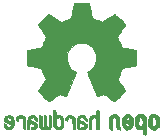
<source format=gbr>
G04 #@! TF.GenerationSoftware,KiCad,Pcbnew,(5.1.5)-3*
G04 #@! TF.CreationDate,2020-05-04T17:56:06+05:30*
G04 #@! TF.ProjectId,Battery_Charger,42617474-6572-4795-9f43-686172676572,rev?*
G04 #@! TF.SameCoordinates,Original*
G04 #@! TF.FileFunction,Legend,Bot*
G04 #@! TF.FilePolarity,Positive*
%FSLAX46Y46*%
G04 Gerber Fmt 4.6, Leading zero omitted, Abs format (unit mm)*
G04 Created by KiCad (PCBNEW (5.1.5)-3) date 2020-05-04 17:56:06*
%MOMM*%
%LPD*%
G04 APERTURE LIST*
%ADD10C,0.010000*%
G04 APERTURE END LIST*
D10*
G36*
X120090986Y-73652998D02*
G01*
X119932994Y-73653863D01*
X119818653Y-73656205D01*
X119740593Y-73660762D01*
X119691446Y-73668270D01*
X119663841Y-73679466D01*
X119650408Y-73695088D01*
X119643779Y-73715873D01*
X119643135Y-73718563D01*
X119633065Y-73767113D01*
X119614425Y-73862905D01*
X119589155Y-73995743D01*
X119559193Y-74155431D01*
X119526478Y-74331774D01*
X119525336Y-74337967D01*
X119492567Y-74510782D01*
X119461907Y-74663469D01*
X119435336Y-74786871D01*
X119414833Y-74871831D01*
X119402374Y-74909190D01*
X119401780Y-74909852D01*
X119365081Y-74928095D01*
X119289414Y-74958497D01*
X119191122Y-74994493D01*
X119190575Y-74994685D01*
X119066767Y-75041222D01*
X118920804Y-75100504D01*
X118783219Y-75160109D01*
X118776707Y-75163056D01*
X118552610Y-75264765D01*
X118056381Y-74925897D01*
X117904154Y-74822592D01*
X117766259Y-74730237D01*
X117650685Y-74654084D01*
X117565421Y-74599385D01*
X117518456Y-74571393D01*
X117513996Y-74569317D01*
X117479866Y-74578560D01*
X117416119Y-74623156D01*
X117320269Y-74705209D01*
X117189831Y-74826821D01*
X117056672Y-74956205D01*
X116928306Y-75083702D01*
X116813419Y-75200046D01*
X116718927Y-75298052D01*
X116651747Y-75370536D01*
X116618794Y-75410313D01*
X116617568Y-75412361D01*
X116613926Y-75439656D01*
X116627650Y-75484234D01*
X116662131Y-75552112D01*
X116720761Y-75649311D01*
X116806930Y-75781851D01*
X116921800Y-75952476D01*
X117023746Y-76102655D01*
X117114877Y-76237350D01*
X117189927Y-76348740D01*
X117243631Y-76429005D01*
X117270720Y-76470325D01*
X117272426Y-76473130D01*
X117269118Y-76512721D01*
X117244047Y-76589669D01*
X117202202Y-76689432D01*
X117187288Y-76721291D01*
X117122214Y-76863226D01*
X117052788Y-77024273D01*
X116996391Y-77163621D01*
X116955753Y-77267044D01*
X116923474Y-77345642D01*
X116904822Y-77386720D01*
X116902503Y-77389885D01*
X116868197Y-77395128D01*
X116787331Y-77409494D01*
X116670657Y-77430937D01*
X116528925Y-77457413D01*
X116372890Y-77486877D01*
X116213302Y-77517283D01*
X116060915Y-77546588D01*
X115926479Y-77572745D01*
X115820748Y-77593710D01*
X115754474Y-77607439D01*
X115738218Y-77611320D01*
X115721427Y-77620900D01*
X115708751Y-77642536D01*
X115699622Y-77683531D01*
X115693469Y-77751189D01*
X115689720Y-77852812D01*
X115687808Y-77995703D01*
X115687160Y-78187165D01*
X115687126Y-78265645D01*
X115687126Y-78903906D01*
X115840402Y-78934160D01*
X115925678Y-78950564D01*
X116052930Y-78974509D01*
X116206685Y-79003107D01*
X116371466Y-79033467D01*
X116417011Y-79041806D01*
X116569068Y-79071370D01*
X116701532Y-79100442D01*
X116803286Y-79126329D01*
X116863212Y-79146337D01*
X116873195Y-79152301D01*
X116897707Y-79194534D01*
X116932852Y-79276370D01*
X116971827Y-79381683D01*
X116979558Y-79404368D01*
X117030640Y-79545018D01*
X117094046Y-79703714D01*
X117156096Y-79846225D01*
X117156402Y-79846886D01*
X117259733Y-80070440D01*
X116580039Y-81070232D01*
X117016379Y-81507300D01*
X117148351Y-81637381D01*
X117268721Y-81752048D01*
X117370727Y-81845181D01*
X117447609Y-81910658D01*
X117492607Y-81942357D01*
X117499062Y-81944368D01*
X117536960Y-81928529D01*
X117614292Y-81884496D01*
X117722611Y-81817490D01*
X117853468Y-81732734D01*
X117994948Y-81637816D01*
X118138539Y-81540998D01*
X118266565Y-81456751D01*
X118370895Y-81390258D01*
X118443400Y-81346702D01*
X118475842Y-81331264D01*
X118515424Y-81344328D01*
X118590481Y-81378750D01*
X118685532Y-81427380D01*
X118695608Y-81432785D01*
X118823609Y-81496980D01*
X118911382Y-81528463D01*
X118965972Y-81528798D01*
X118994425Y-81499548D01*
X118994590Y-81499138D01*
X119008812Y-81464498D01*
X119042731Y-81382269D01*
X119093716Y-81258814D01*
X119159138Y-81100498D01*
X119236366Y-80913686D01*
X119322771Y-80704742D01*
X119406449Y-80502446D01*
X119498412Y-80279200D01*
X119582850Y-80072392D01*
X119657231Y-79888362D01*
X119719026Y-79733451D01*
X119765703Y-79613996D01*
X119794732Y-79536339D01*
X119803678Y-79507356D01*
X119781244Y-79474110D01*
X119722561Y-79421123D01*
X119644311Y-79362704D01*
X119421466Y-79177952D01*
X119247282Y-78966182D01*
X119123846Y-78731856D01*
X119053246Y-78479434D01*
X119037569Y-78213377D01*
X119048964Y-78090575D01*
X119111050Y-77835793D01*
X119217977Y-77610801D01*
X119363111Y-77417817D01*
X119539822Y-77259061D01*
X119741478Y-77136750D01*
X119961446Y-77053105D01*
X120193094Y-77010344D01*
X120429791Y-77010687D01*
X120664905Y-77056352D01*
X120891804Y-77149559D01*
X121103856Y-77292527D01*
X121192364Y-77373383D01*
X121362111Y-77581007D01*
X121480301Y-77807895D01*
X121547722Y-78047433D01*
X121565160Y-78293007D01*
X121533402Y-78538003D01*
X121453235Y-78775808D01*
X121325445Y-78999807D01*
X121150820Y-79203387D01*
X120955688Y-79362704D01*
X120874409Y-79423602D01*
X120816991Y-79476015D01*
X120796322Y-79507406D01*
X120807144Y-79541639D01*
X120837923Y-79623419D01*
X120886126Y-79746407D01*
X120949222Y-79904263D01*
X121024678Y-80090649D01*
X121109962Y-80299226D01*
X121193781Y-80502496D01*
X121286255Y-80725933D01*
X121371911Y-80932984D01*
X121448118Y-81117286D01*
X121512247Y-81272475D01*
X121561668Y-81392188D01*
X121593752Y-81470061D01*
X121605641Y-81499138D01*
X121633726Y-81528677D01*
X121688051Y-81528591D01*
X121775605Y-81497326D01*
X121903381Y-81433329D01*
X121904392Y-81432785D01*
X122000598Y-81383121D01*
X122078369Y-81346945D01*
X122122223Y-81331408D01*
X122124158Y-81331264D01*
X122157171Y-81347024D01*
X122230054Y-81390850D01*
X122334678Y-81457557D01*
X122462910Y-81541964D01*
X122605052Y-81637816D01*
X122749767Y-81734867D01*
X122880196Y-81819270D01*
X122987890Y-81885801D01*
X123064402Y-81929238D01*
X123100938Y-81944368D01*
X123134582Y-81924482D01*
X123202224Y-81868903D01*
X123297107Y-81783754D01*
X123412470Y-81675153D01*
X123541555Y-81549221D01*
X123583771Y-81507149D01*
X124020261Y-81069931D01*
X123688023Y-80582340D01*
X123587054Y-80432605D01*
X123498438Y-80298220D01*
X123427146Y-80186969D01*
X123378150Y-80106639D01*
X123356422Y-80065014D01*
X123355785Y-80062053D01*
X123367240Y-80022818D01*
X123398051Y-79943895D01*
X123442884Y-79838509D01*
X123474353Y-79767954D01*
X123533192Y-79632876D01*
X123588604Y-79496409D01*
X123631564Y-79381103D01*
X123643234Y-79345977D01*
X123676389Y-79252174D01*
X123708799Y-79179694D01*
X123726601Y-79152301D01*
X123765886Y-79135536D01*
X123851626Y-79111770D01*
X123972697Y-79083697D01*
X124117973Y-79054009D01*
X124182988Y-79041806D01*
X124348087Y-79011468D01*
X124506448Y-78982093D01*
X124642596Y-78956569D01*
X124741057Y-78937785D01*
X124759598Y-78934160D01*
X124912873Y-78903906D01*
X124912873Y-78265645D01*
X124912529Y-78055770D01*
X124911116Y-77896980D01*
X124908064Y-77781973D01*
X124902803Y-77703446D01*
X124894763Y-77654096D01*
X124883373Y-77626619D01*
X124868063Y-77613713D01*
X124861782Y-77611320D01*
X124823896Y-77602833D01*
X124740195Y-77585900D01*
X124621433Y-77562566D01*
X124478361Y-77534875D01*
X124321732Y-77504873D01*
X124162297Y-77474604D01*
X124010809Y-77446115D01*
X123878019Y-77421449D01*
X123774681Y-77402651D01*
X123711545Y-77391767D01*
X123697497Y-77389885D01*
X123684770Y-77364704D01*
X123656600Y-77297622D01*
X123618252Y-77201333D01*
X123603609Y-77163621D01*
X123544548Y-77017921D01*
X123475000Y-76856951D01*
X123412712Y-76721291D01*
X123366879Y-76617561D01*
X123336387Y-76532326D01*
X123326208Y-76480126D01*
X123327831Y-76473130D01*
X123349343Y-76440102D01*
X123398465Y-76366643D01*
X123469923Y-76260577D01*
X123558445Y-76129726D01*
X123658759Y-75981912D01*
X123678594Y-75952734D01*
X123794988Y-75779863D01*
X123880548Y-75648226D01*
X123938684Y-75551761D01*
X123972808Y-75484408D01*
X123986331Y-75440106D01*
X123982664Y-75412794D01*
X123982570Y-75412620D01*
X123953707Y-75376746D01*
X123889867Y-75307391D01*
X123797969Y-75211745D01*
X123684933Y-75096999D01*
X123557679Y-74970341D01*
X123543328Y-74956205D01*
X123382957Y-74800903D01*
X123259195Y-74686870D01*
X123169555Y-74612002D01*
X123111552Y-74574196D01*
X123086004Y-74569317D01*
X123048718Y-74590603D01*
X122971343Y-74639773D01*
X122861867Y-74711575D01*
X122728280Y-74800755D01*
X122578570Y-74902063D01*
X122543618Y-74925897D01*
X122047390Y-75264765D01*
X121823293Y-75163056D01*
X121687011Y-75103783D01*
X121540724Y-75044170D01*
X121414965Y-74996640D01*
X121409425Y-74994685D01*
X121311057Y-74958677D01*
X121235229Y-74928229D01*
X121198282Y-74909905D01*
X121198220Y-74909852D01*
X121186496Y-74876729D01*
X121166568Y-74795267D01*
X121140413Y-74674625D01*
X121110010Y-74523959D01*
X121077337Y-74352428D01*
X121074664Y-74337967D01*
X121041890Y-74161235D01*
X121011802Y-74000810D01*
X120986339Y-73866888D01*
X120967441Y-73769663D01*
X120957047Y-73719332D01*
X120956865Y-73718563D01*
X120950539Y-73697153D01*
X120938239Y-73680988D01*
X120912594Y-73669331D01*
X120866235Y-73661445D01*
X120791792Y-73656593D01*
X120681895Y-73654039D01*
X120529175Y-73653045D01*
X120326262Y-73652874D01*
X120300000Y-73652874D01*
X120090986Y-73652998D01*
G37*
X120090986Y-73652998D02*
X119932994Y-73653863D01*
X119818653Y-73656205D01*
X119740593Y-73660762D01*
X119691446Y-73668270D01*
X119663841Y-73679466D01*
X119650408Y-73695088D01*
X119643779Y-73715873D01*
X119643135Y-73718563D01*
X119633065Y-73767113D01*
X119614425Y-73862905D01*
X119589155Y-73995743D01*
X119559193Y-74155431D01*
X119526478Y-74331774D01*
X119525336Y-74337967D01*
X119492567Y-74510782D01*
X119461907Y-74663469D01*
X119435336Y-74786871D01*
X119414833Y-74871831D01*
X119402374Y-74909190D01*
X119401780Y-74909852D01*
X119365081Y-74928095D01*
X119289414Y-74958497D01*
X119191122Y-74994493D01*
X119190575Y-74994685D01*
X119066767Y-75041222D01*
X118920804Y-75100504D01*
X118783219Y-75160109D01*
X118776707Y-75163056D01*
X118552610Y-75264765D01*
X118056381Y-74925897D01*
X117904154Y-74822592D01*
X117766259Y-74730237D01*
X117650685Y-74654084D01*
X117565421Y-74599385D01*
X117518456Y-74571393D01*
X117513996Y-74569317D01*
X117479866Y-74578560D01*
X117416119Y-74623156D01*
X117320269Y-74705209D01*
X117189831Y-74826821D01*
X117056672Y-74956205D01*
X116928306Y-75083702D01*
X116813419Y-75200046D01*
X116718927Y-75298052D01*
X116651747Y-75370536D01*
X116618794Y-75410313D01*
X116617568Y-75412361D01*
X116613926Y-75439656D01*
X116627650Y-75484234D01*
X116662131Y-75552112D01*
X116720761Y-75649311D01*
X116806930Y-75781851D01*
X116921800Y-75952476D01*
X117023746Y-76102655D01*
X117114877Y-76237350D01*
X117189927Y-76348740D01*
X117243631Y-76429005D01*
X117270720Y-76470325D01*
X117272426Y-76473130D01*
X117269118Y-76512721D01*
X117244047Y-76589669D01*
X117202202Y-76689432D01*
X117187288Y-76721291D01*
X117122214Y-76863226D01*
X117052788Y-77024273D01*
X116996391Y-77163621D01*
X116955753Y-77267044D01*
X116923474Y-77345642D01*
X116904822Y-77386720D01*
X116902503Y-77389885D01*
X116868197Y-77395128D01*
X116787331Y-77409494D01*
X116670657Y-77430937D01*
X116528925Y-77457413D01*
X116372890Y-77486877D01*
X116213302Y-77517283D01*
X116060915Y-77546588D01*
X115926479Y-77572745D01*
X115820748Y-77593710D01*
X115754474Y-77607439D01*
X115738218Y-77611320D01*
X115721427Y-77620900D01*
X115708751Y-77642536D01*
X115699622Y-77683531D01*
X115693469Y-77751189D01*
X115689720Y-77852812D01*
X115687808Y-77995703D01*
X115687160Y-78187165D01*
X115687126Y-78265645D01*
X115687126Y-78903906D01*
X115840402Y-78934160D01*
X115925678Y-78950564D01*
X116052930Y-78974509D01*
X116206685Y-79003107D01*
X116371466Y-79033467D01*
X116417011Y-79041806D01*
X116569068Y-79071370D01*
X116701532Y-79100442D01*
X116803286Y-79126329D01*
X116863212Y-79146337D01*
X116873195Y-79152301D01*
X116897707Y-79194534D01*
X116932852Y-79276370D01*
X116971827Y-79381683D01*
X116979558Y-79404368D01*
X117030640Y-79545018D01*
X117094046Y-79703714D01*
X117156096Y-79846225D01*
X117156402Y-79846886D01*
X117259733Y-80070440D01*
X116580039Y-81070232D01*
X117016379Y-81507300D01*
X117148351Y-81637381D01*
X117268721Y-81752048D01*
X117370727Y-81845181D01*
X117447609Y-81910658D01*
X117492607Y-81942357D01*
X117499062Y-81944368D01*
X117536960Y-81928529D01*
X117614292Y-81884496D01*
X117722611Y-81817490D01*
X117853468Y-81732734D01*
X117994948Y-81637816D01*
X118138539Y-81540998D01*
X118266565Y-81456751D01*
X118370895Y-81390258D01*
X118443400Y-81346702D01*
X118475842Y-81331264D01*
X118515424Y-81344328D01*
X118590481Y-81378750D01*
X118685532Y-81427380D01*
X118695608Y-81432785D01*
X118823609Y-81496980D01*
X118911382Y-81528463D01*
X118965972Y-81528798D01*
X118994425Y-81499548D01*
X118994590Y-81499138D01*
X119008812Y-81464498D01*
X119042731Y-81382269D01*
X119093716Y-81258814D01*
X119159138Y-81100498D01*
X119236366Y-80913686D01*
X119322771Y-80704742D01*
X119406449Y-80502446D01*
X119498412Y-80279200D01*
X119582850Y-80072392D01*
X119657231Y-79888362D01*
X119719026Y-79733451D01*
X119765703Y-79613996D01*
X119794732Y-79536339D01*
X119803678Y-79507356D01*
X119781244Y-79474110D01*
X119722561Y-79421123D01*
X119644311Y-79362704D01*
X119421466Y-79177952D01*
X119247282Y-78966182D01*
X119123846Y-78731856D01*
X119053246Y-78479434D01*
X119037569Y-78213377D01*
X119048964Y-78090575D01*
X119111050Y-77835793D01*
X119217977Y-77610801D01*
X119363111Y-77417817D01*
X119539822Y-77259061D01*
X119741478Y-77136750D01*
X119961446Y-77053105D01*
X120193094Y-77010344D01*
X120429791Y-77010687D01*
X120664905Y-77056352D01*
X120891804Y-77149559D01*
X121103856Y-77292527D01*
X121192364Y-77373383D01*
X121362111Y-77581007D01*
X121480301Y-77807895D01*
X121547722Y-78047433D01*
X121565160Y-78293007D01*
X121533402Y-78538003D01*
X121453235Y-78775808D01*
X121325445Y-78999807D01*
X121150820Y-79203387D01*
X120955688Y-79362704D01*
X120874409Y-79423602D01*
X120816991Y-79476015D01*
X120796322Y-79507406D01*
X120807144Y-79541639D01*
X120837923Y-79623419D01*
X120886126Y-79746407D01*
X120949222Y-79904263D01*
X121024678Y-80090649D01*
X121109962Y-80299226D01*
X121193781Y-80502496D01*
X121286255Y-80725933D01*
X121371911Y-80932984D01*
X121448118Y-81117286D01*
X121512247Y-81272475D01*
X121561668Y-81392188D01*
X121593752Y-81470061D01*
X121605641Y-81499138D01*
X121633726Y-81528677D01*
X121688051Y-81528591D01*
X121775605Y-81497326D01*
X121903381Y-81433329D01*
X121904392Y-81432785D01*
X122000598Y-81383121D01*
X122078369Y-81346945D01*
X122122223Y-81331408D01*
X122124158Y-81331264D01*
X122157171Y-81347024D01*
X122230054Y-81390850D01*
X122334678Y-81457557D01*
X122462910Y-81541964D01*
X122605052Y-81637816D01*
X122749767Y-81734867D01*
X122880196Y-81819270D01*
X122987890Y-81885801D01*
X123064402Y-81929238D01*
X123100938Y-81944368D01*
X123134582Y-81924482D01*
X123202224Y-81868903D01*
X123297107Y-81783754D01*
X123412470Y-81675153D01*
X123541555Y-81549221D01*
X123583771Y-81507149D01*
X124020261Y-81069931D01*
X123688023Y-80582340D01*
X123587054Y-80432605D01*
X123498438Y-80298220D01*
X123427146Y-80186969D01*
X123378150Y-80106639D01*
X123356422Y-80065014D01*
X123355785Y-80062053D01*
X123367240Y-80022818D01*
X123398051Y-79943895D01*
X123442884Y-79838509D01*
X123474353Y-79767954D01*
X123533192Y-79632876D01*
X123588604Y-79496409D01*
X123631564Y-79381103D01*
X123643234Y-79345977D01*
X123676389Y-79252174D01*
X123708799Y-79179694D01*
X123726601Y-79152301D01*
X123765886Y-79135536D01*
X123851626Y-79111770D01*
X123972697Y-79083697D01*
X124117973Y-79054009D01*
X124182988Y-79041806D01*
X124348087Y-79011468D01*
X124506448Y-78982093D01*
X124642596Y-78956569D01*
X124741057Y-78937785D01*
X124759598Y-78934160D01*
X124912873Y-78903906D01*
X124912873Y-78265645D01*
X124912529Y-78055770D01*
X124911116Y-77896980D01*
X124908064Y-77781973D01*
X124902803Y-77703446D01*
X124894763Y-77654096D01*
X124883373Y-77626619D01*
X124868063Y-77613713D01*
X124861782Y-77611320D01*
X124823896Y-77602833D01*
X124740195Y-77585900D01*
X124621433Y-77562566D01*
X124478361Y-77534875D01*
X124321732Y-77504873D01*
X124162297Y-77474604D01*
X124010809Y-77446115D01*
X123878019Y-77421449D01*
X123774681Y-77402651D01*
X123711545Y-77391767D01*
X123697497Y-77389885D01*
X123684770Y-77364704D01*
X123656600Y-77297622D01*
X123618252Y-77201333D01*
X123603609Y-77163621D01*
X123544548Y-77017921D01*
X123475000Y-76856951D01*
X123412712Y-76721291D01*
X123366879Y-76617561D01*
X123336387Y-76532326D01*
X123326208Y-76480126D01*
X123327831Y-76473130D01*
X123349343Y-76440102D01*
X123398465Y-76366643D01*
X123469923Y-76260577D01*
X123558445Y-76129726D01*
X123658759Y-75981912D01*
X123678594Y-75952734D01*
X123794988Y-75779863D01*
X123880548Y-75648226D01*
X123938684Y-75551761D01*
X123972808Y-75484408D01*
X123986331Y-75440106D01*
X123982664Y-75412794D01*
X123982570Y-75412620D01*
X123953707Y-75376746D01*
X123889867Y-75307391D01*
X123797969Y-75211745D01*
X123684933Y-75096999D01*
X123557679Y-74970341D01*
X123543328Y-74956205D01*
X123382957Y-74800903D01*
X123259195Y-74686870D01*
X123169555Y-74612002D01*
X123111552Y-74574196D01*
X123086004Y-74569317D01*
X123048718Y-74590603D01*
X122971343Y-74639773D01*
X122861867Y-74711575D01*
X122728280Y-74800755D01*
X122578570Y-74902063D01*
X122543618Y-74925897D01*
X122047390Y-75264765D01*
X121823293Y-75163056D01*
X121687011Y-75103783D01*
X121540724Y-75044170D01*
X121414965Y-74996640D01*
X121409425Y-74994685D01*
X121311057Y-74958677D01*
X121235229Y-74928229D01*
X121198282Y-74909905D01*
X121198220Y-74909852D01*
X121186496Y-74876729D01*
X121166568Y-74795267D01*
X121140413Y-74674625D01*
X121110010Y-74523959D01*
X121077337Y-74352428D01*
X121074664Y-74337967D01*
X121041890Y-74161235D01*
X121011802Y-74000810D01*
X120986339Y-73866888D01*
X120967441Y-73769663D01*
X120957047Y-73719332D01*
X120956865Y-73718563D01*
X120950539Y-73697153D01*
X120938239Y-73680988D01*
X120912594Y-73669331D01*
X120866235Y-73661445D01*
X120791792Y-73656593D01*
X120681895Y-73654039D01*
X120529175Y-73653045D01*
X120326262Y-73652874D01*
X120300000Y-73652874D01*
X120090986Y-73652998D01*
G36*
X113956561Y-83156540D02*
G01*
X113841050Y-83232034D01*
X113785336Y-83299617D01*
X113741196Y-83422255D01*
X113737691Y-83519298D01*
X113745632Y-83649056D01*
X114044885Y-83780039D01*
X114190389Y-83846958D01*
X114285463Y-83900790D01*
X114334899Y-83947416D01*
X114343489Y-83992720D01*
X114316028Y-84042582D01*
X114285747Y-84075632D01*
X114197637Y-84128633D01*
X114101804Y-84132347D01*
X114013788Y-84091041D01*
X113949131Y-84008983D01*
X113937567Y-83980008D01*
X113882175Y-83889509D01*
X113818447Y-83850940D01*
X113731034Y-83817946D01*
X113731034Y-83943034D01*
X113738762Y-84028156D01*
X113769034Y-84099938D01*
X113832482Y-84182356D01*
X113841912Y-84193066D01*
X113912487Y-84266391D01*
X113973153Y-84305742D01*
X114049050Y-84323845D01*
X114111970Y-84329774D01*
X114224513Y-84331251D01*
X114304630Y-84312535D01*
X114354610Y-84284747D01*
X114433162Y-84223641D01*
X114487537Y-84157554D01*
X114521948Y-84074441D01*
X114540612Y-83962254D01*
X114547744Y-83808946D01*
X114548313Y-83731136D01*
X114546378Y-83637853D01*
X114370101Y-83637853D01*
X114368056Y-83687896D01*
X114362961Y-83696092D01*
X114329334Y-83684958D01*
X114256970Y-83655493D01*
X114160253Y-83613601D01*
X114140027Y-83604597D01*
X114017797Y-83542442D01*
X113950453Y-83487815D01*
X113935652Y-83436649D01*
X113971053Y-83384876D01*
X114000289Y-83362000D01*
X114105784Y-83316250D01*
X114204524Y-83323808D01*
X114287188Y-83379651D01*
X114344452Y-83478753D01*
X114362812Y-83557414D01*
X114370101Y-83637853D01*
X114546378Y-83637853D01*
X114544541Y-83549351D01*
X114530641Y-83414853D01*
X114503106Y-83316916D01*
X114458428Y-83244811D01*
X114393099Y-83187813D01*
X114364617Y-83169393D01*
X114235237Y-83121422D01*
X114093588Y-83118403D01*
X113956561Y-83156540D01*
G37*
X113956561Y-83156540D02*
X113841050Y-83232034D01*
X113785336Y-83299617D01*
X113741196Y-83422255D01*
X113737691Y-83519298D01*
X113745632Y-83649056D01*
X114044885Y-83780039D01*
X114190389Y-83846958D01*
X114285463Y-83900790D01*
X114334899Y-83947416D01*
X114343489Y-83992720D01*
X114316028Y-84042582D01*
X114285747Y-84075632D01*
X114197637Y-84128633D01*
X114101804Y-84132347D01*
X114013788Y-84091041D01*
X113949131Y-84008983D01*
X113937567Y-83980008D01*
X113882175Y-83889509D01*
X113818447Y-83850940D01*
X113731034Y-83817946D01*
X113731034Y-83943034D01*
X113738762Y-84028156D01*
X113769034Y-84099938D01*
X113832482Y-84182356D01*
X113841912Y-84193066D01*
X113912487Y-84266391D01*
X113973153Y-84305742D01*
X114049050Y-84323845D01*
X114111970Y-84329774D01*
X114224513Y-84331251D01*
X114304630Y-84312535D01*
X114354610Y-84284747D01*
X114433162Y-84223641D01*
X114487537Y-84157554D01*
X114521948Y-84074441D01*
X114540612Y-83962254D01*
X114547744Y-83808946D01*
X114548313Y-83731136D01*
X114546378Y-83637853D01*
X114370101Y-83637853D01*
X114368056Y-83687896D01*
X114362961Y-83696092D01*
X114329334Y-83684958D01*
X114256970Y-83655493D01*
X114160253Y-83613601D01*
X114140027Y-83604597D01*
X114017797Y-83542442D01*
X113950453Y-83487815D01*
X113935652Y-83436649D01*
X113971053Y-83384876D01*
X114000289Y-83362000D01*
X114105784Y-83316250D01*
X114204524Y-83323808D01*
X114287188Y-83379651D01*
X114344452Y-83478753D01*
X114362812Y-83557414D01*
X114370101Y-83637853D01*
X114546378Y-83637853D01*
X114544541Y-83549351D01*
X114530641Y-83414853D01*
X114503106Y-83316916D01*
X114458428Y-83244811D01*
X114393099Y-83187813D01*
X114364617Y-83169393D01*
X114235237Y-83121422D01*
X114093588Y-83118403D01*
X113956561Y-83156540D01*
G36*
X114964310Y-83140018D02*
G01*
X114929415Y-83155269D01*
X114846123Y-83221235D01*
X114774897Y-83316618D01*
X114730847Y-83418406D01*
X114723678Y-83468587D01*
X114747715Y-83538647D01*
X114800439Y-83575717D01*
X114856969Y-83598164D01*
X114882854Y-83602300D01*
X114895458Y-83572283D01*
X114920346Y-83506961D01*
X114931265Y-83477445D01*
X114992492Y-83375348D01*
X115081139Y-83324423D01*
X115194807Y-83325989D01*
X115203226Y-83327994D01*
X115263912Y-83356767D01*
X115308526Y-83412859D01*
X115338998Y-83503163D01*
X115357256Y-83634571D01*
X115365229Y-83813974D01*
X115365977Y-83909433D01*
X115366348Y-84059913D01*
X115368777Y-84162495D01*
X115375240Y-84227672D01*
X115387712Y-84265938D01*
X115408167Y-84287785D01*
X115438581Y-84303707D01*
X115440339Y-84304509D01*
X115498909Y-84329272D01*
X115527925Y-84338391D01*
X115532384Y-84310822D01*
X115536201Y-84234620D01*
X115539101Y-84119541D01*
X115540809Y-83975341D01*
X115541149Y-83869814D01*
X115539412Y-83665613D01*
X115532618Y-83510697D01*
X115518393Y-83396024D01*
X115494362Y-83312551D01*
X115458152Y-83251236D01*
X115407388Y-83203034D01*
X115357261Y-83169393D01*
X115236725Y-83124619D01*
X115096443Y-83114521D01*
X114964310Y-83140018D01*
G37*
X114964310Y-83140018D02*
X114929415Y-83155269D01*
X114846123Y-83221235D01*
X114774897Y-83316618D01*
X114730847Y-83418406D01*
X114723678Y-83468587D01*
X114747715Y-83538647D01*
X114800439Y-83575717D01*
X114856969Y-83598164D01*
X114882854Y-83602300D01*
X114895458Y-83572283D01*
X114920346Y-83506961D01*
X114931265Y-83477445D01*
X114992492Y-83375348D01*
X115081139Y-83324423D01*
X115194807Y-83325989D01*
X115203226Y-83327994D01*
X115263912Y-83356767D01*
X115308526Y-83412859D01*
X115338998Y-83503163D01*
X115357256Y-83634571D01*
X115365229Y-83813974D01*
X115365977Y-83909433D01*
X115366348Y-84059913D01*
X115368777Y-84162495D01*
X115375240Y-84227672D01*
X115387712Y-84265938D01*
X115408167Y-84287785D01*
X115438581Y-84303707D01*
X115440339Y-84304509D01*
X115498909Y-84329272D01*
X115527925Y-84338391D01*
X115532384Y-84310822D01*
X115536201Y-84234620D01*
X115539101Y-84119541D01*
X115540809Y-83975341D01*
X115541149Y-83869814D01*
X115539412Y-83665613D01*
X115532618Y-83510697D01*
X115518393Y-83396024D01*
X115494362Y-83312551D01*
X115458152Y-83251236D01*
X115407388Y-83203034D01*
X115357261Y-83169393D01*
X115236725Y-83124619D01*
X115096443Y-83114521D01*
X114964310Y-83140018D01*
G36*
X115985594Y-83135156D02*
G01*
X115901531Y-83173393D01*
X115835550Y-83219726D01*
X115787206Y-83271532D01*
X115753828Y-83338363D01*
X115732747Y-83429769D01*
X115721293Y-83555301D01*
X115716797Y-83724508D01*
X115716322Y-83835933D01*
X115716322Y-84270627D01*
X115790684Y-84304509D01*
X115849254Y-84329272D01*
X115878270Y-84338391D01*
X115883821Y-84311257D01*
X115888225Y-84238094D01*
X115890922Y-84131263D01*
X115891494Y-84046437D01*
X115893954Y-83923887D01*
X115900588Y-83826668D01*
X115910274Y-83767134D01*
X115917968Y-83754483D01*
X115969689Y-83767402D01*
X116050883Y-83800539D01*
X116144898Y-83845461D01*
X116235083Y-83893735D01*
X116304785Y-83936928D01*
X116337352Y-83966608D01*
X116337481Y-83966929D01*
X116334680Y-84021857D01*
X116309561Y-84074292D01*
X116265459Y-84116881D01*
X116201091Y-84131126D01*
X116146079Y-84129466D01*
X116068165Y-84128245D01*
X116027268Y-84146498D01*
X116002705Y-84194726D01*
X115999608Y-84203820D01*
X115988960Y-84272598D01*
X116017435Y-84314360D01*
X116091656Y-84334263D01*
X116171832Y-84337944D01*
X116316110Y-84310658D01*
X116390797Y-84271690D01*
X116483037Y-84180148D01*
X116531957Y-84067782D01*
X116536346Y-83949051D01*
X116494999Y-83838411D01*
X116432803Y-83769080D01*
X116370706Y-83730265D01*
X116273105Y-83681125D01*
X116159368Y-83631292D01*
X116140410Y-83623677D01*
X116015479Y-83568545D01*
X115943461Y-83519954D01*
X115920300Y-83471647D01*
X115941936Y-83417370D01*
X115979080Y-83374943D01*
X116066873Y-83322702D01*
X116163470Y-83318784D01*
X116252056Y-83359041D01*
X116315814Y-83439326D01*
X116324183Y-83460040D01*
X116372904Y-83536225D01*
X116444035Y-83592785D01*
X116533793Y-83639201D01*
X116533793Y-83507584D01*
X116528510Y-83427168D01*
X116505858Y-83363786D01*
X116455633Y-83296163D01*
X116407418Y-83244076D01*
X116332446Y-83170322D01*
X116274194Y-83130702D01*
X116211628Y-83114810D01*
X116140807Y-83112184D01*
X115985594Y-83135156D01*
G37*
X115985594Y-83135156D02*
X115901531Y-83173393D01*
X115835550Y-83219726D01*
X115787206Y-83271532D01*
X115753828Y-83338363D01*
X115732747Y-83429769D01*
X115721293Y-83555301D01*
X115716797Y-83724508D01*
X115716322Y-83835933D01*
X115716322Y-84270627D01*
X115790684Y-84304509D01*
X115849254Y-84329272D01*
X115878270Y-84338391D01*
X115883821Y-84311257D01*
X115888225Y-84238094D01*
X115890922Y-84131263D01*
X115891494Y-84046437D01*
X115893954Y-83923887D01*
X115900588Y-83826668D01*
X115910274Y-83767134D01*
X115917968Y-83754483D01*
X115969689Y-83767402D01*
X116050883Y-83800539D01*
X116144898Y-83845461D01*
X116235083Y-83893735D01*
X116304785Y-83936928D01*
X116337352Y-83966608D01*
X116337481Y-83966929D01*
X116334680Y-84021857D01*
X116309561Y-84074292D01*
X116265459Y-84116881D01*
X116201091Y-84131126D01*
X116146079Y-84129466D01*
X116068165Y-84128245D01*
X116027268Y-84146498D01*
X116002705Y-84194726D01*
X115999608Y-84203820D01*
X115988960Y-84272598D01*
X116017435Y-84314360D01*
X116091656Y-84334263D01*
X116171832Y-84337944D01*
X116316110Y-84310658D01*
X116390797Y-84271690D01*
X116483037Y-84180148D01*
X116531957Y-84067782D01*
X116536346Y-83949051D01*
X116494999Y-83838411D01*
X116432803Y-83769080D01*
X116370706Y-83730265D01*
X116273105Y-83681125D01*
X116159368Y-83631292D01*
X116140410Y-83623677D01*
X116015479Y-83568545D01*
X115943461Y-83519954D01*
X115920300Y-83471647D01*
X115941936Y-83417370D01*
X115979080Y-83374943D01*
X116066873Y-83322702D01*
X116163470Y-83318784D01*
X116252056Y-83359041D01*
X116315814Y-83439326D01*
X116324183Y-83460040D01*
X116372904Y-83536225D01*
X116444035Y-83592785D01*
X116533793Y-83639201D01*
X116533793Y-83507584D01*
X116528510Y-83427168D01*
X116505858Y-83363786D01*
X116455633Y-83296163D01*
X116407418Y-83244076D01*
X116332446Y-83170322D01*
X116274194Y-83130702D01*
X116211628Y-83114810D01*
X116140807Y-83112184D01*
X115985594Y-83135156D01*
G36*
X116719876Y-83139840D02*
G01*
X116715421Y-83216653D01*
X116711929Y-83333391D01*
X116709685Y-83480821D01*
X116708965Y-83635455D01*
X116708965Y-84158727D01*
X116801355Y-84251117D01*
X116865022Y-84308047D01*
X116920911Y-84331107D01*
X116997298Y-84329647D01*
X117027620Y-84325934D01*
X117122390Y-84315126D01*
X117200778Y-84308933D01*
X117219885Y-84308361D01*
X117284301Y-84312102D01*
X117376429Y-84321494D01*
X117412150Y-84325934D01*
X117499886Y-84332801D01*
X117558847Y-84317885D01*
X117617310Y-84271835D01*
X117638415Y-84251117D01*
X117730805Y-84158727D01*
X117730805Y-83179947D01*
X117656442Y-83146066D01*
X117592410Y-83120970D01*
X117554948Y-83112184D01*
X117545343Y-83139950D01*
X117536365Y-83217530D01*
X117528614Y-83336348D01*
X117522686Y-83487828D01*
X117519827Y-83615805D01*
X117511839Y-84119425D01*
X117442152Y-84129278D01*
X117378771Y-84122389D01*
X117347714Y-84100083D01*
X117339033Y-84058379D01*
X117331622Y-83969544D01*
X117326069Y-83844834D01*
X117322964Y-83695507D01*
X117322516Y-83618661D01*
X117322069Y-83176287D01*
X117230126Y-83144235D01*
X117165051Y-83122443D01*
X117129653Y-83112281D01*
X117128632Y-83112184D01*
X117125080Y-83139809D01*
X117121177Y-83216411D01*
X117117249Y-83332579D01*
X117113624Y-83478904D01*
X117111092Y-83615805D01*
X117103103Y-84119425D01*
X116927931Y-84119425D01*
X116919893Y-83659965D01*
X116911854Y-83200505D01*
X116826457Y-83156344D01*
X116763407Y-83126019D01*
X116726090Y-83112258D01*
X116725013Y-83112184D01*
X116719876Y-83139840D01*
G37*
X116719876Y-83139840D02*
X116715421Y-83216653D01*
X116711929Y-83333391D01*
X116709685Y-83480821D01*
X116708965Y-83635455D01*
X116708965Y-84158727D01*
X116801355Y-84251117D01*
X116865022Y-84308047D01*
X116920911Y-84331107D01*
X116997298Y-84329647D01*
X117027620Y-84325934D01*
X117122390Y-84315126D01*
X117200778Y-84308933D01*
X117219885Y-84308361D01*
X117284301Y-84312102D01*
X117376429Y-84321494D01*
X117412150Y-84325934D01*
X117499886Y-84332801D01*
X117558847Y-84317885D01*
X117617310Y-84271835D01*
X117638415Y-84251117D01*
X117730805Y-84158727D01*
X117730805Y-83179947D01*
X117656442Y-83146066D01*
X117592410Y-83120970D01*
X117554948Y-83112184D01*
X117545343Y-83139950D01*
X117536365Y-83217530D01*
X117528614Y-83336348D01*
X117522686Y-83487828D01*
X117519827Y-83615805D01*
X117511839Y-84119425D01*
X117442152Y-84129278D01*
X117378771Y-84122389D01*
X117347714Y-84100083D01*
X117339033Y-84058379D01*
X117331622Y-83969544D01*
X117326069Y-83844834D01*
X117322964Y-83695507D01*
X117322516Y-83618661D01*
X117322069Y-83176287D01*
X117230126Y-83144235D01*
X117165051Y-83122443D01*
X117129653Y-83112281D01*
X117128632Y-83112184D01*
X117125080Y-83139809D01*
X117121177Y-83216411D01*
X117117249Y-83332579D01*
X117113624Y-83478904D01*
X117111092Y-83615805D01*
X117103103Y-84119425D01*
X116927931Y-84119425D01*
X116919893Y-83659965D01*
X116911854Y-83200505D01*
X116826457Y-83156344D01*
X116763407Y-83126019D01*
X116726090Y-83112258D01*
X116725013Y-83112184D01*
X116719876Y-83139840D01*
G36*
X117906086Y-83354455D02*
G01*
X117906457Y-83572661D01*
X117907892Y-83740519D01*
X117910998Y-83866070D01*
X117916378Y-83957355D01*
X117924638Y-84022415D01*
X117936384Y-84069291D01*
X117952219Y-84106024D01*
X117964210Y-84126991D01*
X118063510Y-84240694D01*
X118189412Y-84311965D01*
X118328709Y-84337538D01*
X118468195Y-84314150D01*
X118551257Y-84272119D01*
X118638455Y-84199411D01*
X118697883Y-84110612D01*
X118733739Y-83994320D01*
X118750219Y-83839135D01*
X118752553Y-83725287D01*
X118752239Y-83717106D01*
X118548276Y-83717106D01*
X118547030Y-83847657D01*
X118541322Y-83934080D01*
X118528196Y-83990618D01*
X118504694Y-84031514D01*
X118476614Y-84062362D01*
X118382312Y-84121905D01*
X118281060Y-84126992D01*
X118185364Y-84077279D01*
X118177916Y-84070543D01*
X118146126Y-84035502D01*
X118126192Y-83993811D01*
X118115400Y-83931762D01*
X118111035Y-83835644D01*
X118110345Y-83729379D01*
X118111841Y-83595880D01*
X118118036Y-83506822D01*
X118131486Y-83448293D01*
X118154749Y-83406382D01*
X118173825Y-83384123D01*
X118262437Y-83327985D01*
X118364492Y-83321235D01*
X118461905Y-83364114D01*
X118480704Y-83380032D01*
X118512707Y-83415382D01*
X118532682Y-83457502D01*
X118543407Y-83520251D01*
X118547661Y-83617487D01*
X118548276Y-83717106D01*
X118752239Y-83717106D01*
X118745496Y-83541947D01*
X118721528Y-83404195D01*
X118676452Y-83300632D01*
X118606072Y-83219856D01*
X118551257Y-83178455D01*
X118451624Y-83133728D01*
X118336145Y-83112967D01*
X118228801Y-83118525D01*
X118168736Y-83140943D01*
X118145165Y-83147323D01*
X118129523Y-83123535D01*
X118118605Y-83059788D01*
X118110345Y-82962687D01*
X118101301Y-82854541D01*
X118088739Y-82789475D01*
X118065881Y-82752268D01*
X118025949Y-82727699D01*
X118000862Y-82716819D01*
X117905977Y-82677072D01*
X117906086Y-83354455D01*
G37*
X117906086Y-83354455D02*
X117906457Y-83572661D01*
X117907892Y-83740519D01*
X117910998Y-83866070D01*
X117916378Y-83957355D01*
X117924638Y-84022415D01*
X117936384Y-84069291D01*
X117952219Y-84106024D01*
X117964210Y-84126991D01*
X118063510Y-84240694D01*
X118189412Y-84311965D01*
X118328709Y-84337538D01*
X118468195Y-84314150D01*
X118551257Y-84272119D01*
X118638455Y-84199411D01*
X118697883Y-84110612D01*
X118733739Y-83994320D01*
X118750219Y-83839135D01*
X118752553Y-83725287D01*
X118752239Y-83717106D01*
X118548276Y-83717106D01*
X118547030Y-83847657D01*
X118541322Y-83934080D01*
X118528196Y-83990618D01*
X118504694Y-84031514D01*
X118476614Y-84062362D01*
X118382312Y-84121905D01*
X118281060Y-84126992D01*
X118185364Y-84077279D01*
X118177916Y-84070543D01*
X118146126Y-84035502D01*
X118126192Y-83993811D01*
X118115400Y-83931762D01*
X118111035Y-83835644D01*
X118110345Y-83729379D01*
X118111841Y-83595880D01*
X118118036Y-83506822D01*
X118131486Y-83448293D01*
X118154749Y-83406382D01*
X118173825Y-83384123D01*
X118262437Y-83327985D01*
X118364492Y-83321235D01*
X118461905Y-83364114D01*
X118480704Y-83380032D01*
X118512707Y-83415382D01*
X118532682Y-83457502D01*
X118543407Y-83520251D01*
X118547661Y-83617487D01*
X118548276Y-83717106D01*
X118752239Y-83717106D01*
X118745496Y-83541947D01*
X118721528Y-83404195D01*
X118676452Y-83300632D01*
X118606072Y-83219856D01*
X118551257Y-83178455D01*
X118451624Y-83133728D01*
X118336145Y-83112967D01*
X118228801Y-83118525D01*
X118168736Y-83140943D01*
X118145165Y-83147323D01*
X118129523Y-83123535D01*
X118118605Y-83059788D01*
X118110345Y-82962687D01*
X118101301Y-82854541D01*
X118088739Y-82789475D01*
X118065881Y-82752268D01*
X118025949Y-82727699D01*
X118000862Y-82716819D01*
X117905977Y-82677072D01*
X117906086Y-83354455D01*
G36*
X119234057Y-83121920D02*
G01*
X119101435Y-83170859D01*
X118993990Y-83257419D01*
X118951968Y-83318352D01*
X118906157Y-83430161D01*
X118907109Y-83511006D01*
X118955192Y-83565378D01*
X118972983Y-83574624D01*
X119049796Y-83603450D01*
X119089024Y-83596065D01*
X119102311Y-83547658D01*
X119102988Y-83520920D01*
X119127314Y-83422548D01*
X119190719Y-83353734D01*
X119278846Y-83320498D01*
X119377337Y-83328861D01*
X119457398Y-83372296D01*
X119484439Y-83397072D01*
X119503606Y-83427129D01*
X119516554Y-83472565D01*
X119524936Y-83543476D01*
X119530407Y-83649960D01*
X119534622Y-83802112D01*
X119535713Y-83850287D01*
X119539693Y-84015095D01*
X119544219Y-84131088D01*
X119551005Y-84207833D01*
X119561769Y-84254893D01*
X119578227Y-84281835D01*
X119602094Y-84298223D01*
X119617374Y-84305463D01*
X119682267Y-84330220D01*
X119720466Y-84338391D01*
X119733088Y-84311103D01*
X119740792Y-84228603D01*
X119743620Y-84089941D01*
X119741614Y-83894162D01*
X119740989Y-83863965D01*
X119736579Y-83685349D01*
X119731365Y-83554923D01*
X119723945Y-83462492D01*
X119712918Y-83397858D01*
X119696883Y-83350825D01*
X119674439Y-83311196D01*
X119662698Y-83294215D01*
X119595381Y-83219080D01*
X119520090Y-83160638D01*
X119510872Y-83155536D01*
X119375867Y-83115260D01*
X119234057Y-83121920D01*
G37*
X119234057Y-83121920D02*
X119101435Y-83170859D01*
X118993990Y-83257419D01*
X118951968Y-83318352D01*
X118906157Y-83430161D01*
X118907109Y-83511006D01*
X118955192Y-83565378D01*
X118972983Y-83574624D01*
X119049796Y-83603450D01*
X119089024Y-83596065D01*
X119102311Y-83547658D01*
X119102988Y-83520920D01*
X119127314Y-83422548D01*
X119190719Y-83353734D01*
X119278846Y-83320498D01*
X119377337Y-83328861D01*
X119457398Y-83372296D01*
X119484439Y-83397072D01*
X119503606Y-83427129D01*
X119516554Y-83472565D01*
X119524936Y-83543476D01*
X119530407Y-83649960D01*
X119534622Y-83802112D01*
X119535713Y-83850287D01*
X119539693Y-84015095D01*
X119544219Y-84131088D01*
X119551005Y-84207833D01*
X119561769Y-84254893D01*
X119578227Y-84281835D01*
X119602094Y-84298223D01*
X119617374Y-84305463D01*
X119682267Y-84330220D01*
X119720466Y-84338391D01*
X119733088Y-84311103D01*
X119740792Y-84228603D01*
X119743620Y-84089941D01*
X119741614Y-83894162D01*
X119740989Y-83863965D01*
X119736579Y-83685349D01*
X119731365Y-83554923D01*
X119723945Y-83462492D01*
X119712918Y-83397858D01*
X119696883Y-83350825D01*
X119674439Y-83311196D01*
X119662698Y-83294215D01*
X119595381Y-83219080D01*
X119520090Y-83160638D01*
X119510872Y-83155536D01*
X119375867Y-83115260D01*
X119234057Y-83121920D01*
G36*
X120220056Y-83124360D02*
G01*
X120105657Y-83166842D01*
X120104348Y-83167658D01*
X120033597Y-83219730D01*
X119981364Y-83280584D01*
X119944629Y-83359887D01*
X119920366Y-83467309D01*
X119905555Y-83612517D01*
X119897171Y-83805179D01*
X119896436Y-83832628D01*
X119885880Y-84246521D01*
X119974709Y-84292456D01*
X120038982Y-84323498D01*
X120077790Y-84338206D01*
X120079585Y-84338391D01*
X120086300Y-84311250D01*
X120091635Y-84238041D01*
X120094917Y-84131081D01*
X120095632Y-84044469D01*
X120095649Y-83904162D01*
X120102063Y-83816051D01*
X120124420Y-83774025D01*
X120172268Y-83771975D01*
X120255151Y-83803790D01*
X120380287Y-83862272D01*
X120472303Y-83910845D01*
X120519629Y-83952986D01*
X120533542Y-83998916D01*
X120533563Y-84001189D01*
X120510605Y-84080311D01*
X120442630Y-84123055D01*
X120338602Y-84129246D01*
X120263670Y-84128172D01*
X120224161Y-84149753D01*
X120199522Y-84201591D01*
X120185341Y-84267632D01*
X120205777Y-84305104D01*
X120213472Y-84310467D01*
X120285917Y-84332006D01*
X120387367Y-84335055D01*
X120491843Y-84320778D01*
X120565875Y-84294688D01*
X120668228Y-84207785D01*
X120726409Y-84086816D01*
X120737931Y-83992308D01*
X120729138Y-83907062D01*
X120697320Y-83837476D01*
X120634316Y-83775672D01*
X120531969Y-83713772D01*
X120382118Y-83643897D01*
X120372988Y-83639948D01*
X120238003Y-83577588D01*
X120154706Y-83526446D01*
X120119003Y-83480488D01*
X120126797Y-83433683D01*
X120173993Y-83379998D01*
X120188106Y-83367644D01*
X120282641Y-83319741D01*
X120380594Y-83321758D01*
X120465903Y-83368724D01*
X120522504Y-83455669D01*
X120527763Y-83472734D01*
X120578977Y-83555504D01*
X120643963Y-83595372D01*
X120737931Y-83634882D01*
X120737931Y-83532658D01*
X120709347Y-83384072D01*
X120624505Y-83247784D01*
X120580355Y-83202191D01*
X120479995Y-83143674D01*
X120352365Y-83117184D01*
X120220056Y-83124360D01*
G37*
X120220056Y-83124360D02*
X120105657Y-83166842D01*
X120104348Y-83167658D01*
X120033597Y-83219730D01*
X119981364Y-83280584D01*
X119944629Y-83359887D01*
X119920366Y-83467309D01*
X119905555Y-83612517D01*
X119897171Y-83805179D01*
X119896436Y-83832628D01*
X119885880Y-84246521D01*
X119974709Y-84292456D01*
X120038982Y-84323498D01*
X120077790Y-84338206D01*
X120079585Y-84338391D01*
X120086300Y-84311250D01*
X120091635Y-84238041D01*
X120094917Y-84131081D01*
X120095632Y-84044469D01*
X120095649Y-83904162D01*
X120102063Y-83816051D01*
X120124420Y-83774025D01*
X120172268Y-83771975D01*
X120255151Y-83803790D01*
X120380287Y-83862272D01*
X120472303Y-83910845D01*
X120519629Y-83952986D01*
X120533542Y-83998916D01*
X120533563Y-84001189D01*
X120510605Y-84080311D01*
X120442630Y-84123055D01*
X120338602Y-84129246D01*
X120263670Y-84128172D01*
X120224161Y-84149753D01*
X120199522Y-84201591D01*
X120185341Y-84267632D01*
X120205777Y-84305104D01*
X120213472Y-84310467D01*
X120285917Y-84332006D01*
X120387367Y-84335055D01*
X120491843Y-84320778D01*
X120565875Y-84294688D01*
X120668228Y-84207785D01*
X120726409Y-84086816D01*
X120737931Y-83992308D01*
X120729138Y-83907062D01*
X120697320Y-83837476D01*
X120634316Y-83775672D01*
X120531969Y-83713772D01*
X120382118Y-83643897D01*
X120372988Y-83639948D01*
X120238003Y-83577588D01*
X120154706Y-83526446D01*
X120119003Y-83480488D01*
X120126797Y-83433683D01*
X120173993Y-83379998D01*
X120188106Y-83367644D01*
X120282641Y-83319741D01*
X120380594Y-83321758D01*
X120465903Y-83368724D01*
X120522504Y-83455669D01*
X120527763Y-83472734D01*
X120578977Y-83555504D01*
X120643963Y-83595372D01*
X120737931Y-83634882D01*
X120737931Y-83532658D01*
X120709347Y-83384072D01*
X120624505Y-83247784D01*
X120580355Y-83202191D01*
X120479995Y-83143674D01*
X120352365Y-83117184D01*
X120220056Y-83124360D01*
G36*
X121555402Y-82923857D02*
G01*
X121546846Y-83043188D01*
X121537019Y-83113506D01*
X121523401Y-83144179D01*
X121503473Y-83144571D01*
X121497011Y-83140910D01*
X121411060Y-83114398D01*
X121299255Y-83115946D01*
X121185586Y-83143199D01*
X121114490Y-83178455D01*
X121041595Y-83234778D01*
X120988307Y-83298519D01*
X120951725Y-83379510D01*
X120928950Y-83487586D01*
X120917081Y-83632580D01*
X120913218Y-83824326D01*
X120913149Y-83861109D01*
X120913103Y-84274288D01*
X121005046Y-84306339D01*
X121070348Y-84328144D01*
X121106176Y-84338297D01*
X121107230Y-84338391D01*
X121110758Y-84310860D01*
X121113761Y-84234923D01*
X121116010Y-84120565D01*
X121117276Y-83977769D01*
X121117471Y-83890951D01*
X121117877Y-83719773D01*
X121119968Y-83597088D01*
X121125053Y-83513000D01*
X121134440Y-83457614D01*
X121149439Y-83421032D01*
X121171358Y-83393359D01*
X121185043Y-83380032D01*
X121279051Y-83326328D01*
X121381636Y-83322307D01*
X121474710Y-83367725D01*
X121491922Y-83384123D01*
X121517168Y-83414957D01*
X121534680Y-83451531D01*
X121545858Y-83504415D01*
X121552104Y-83584177D01*
X121554818Y-83701385D01*
X121555402Y-83862991D01*
X121555402Y-84274288D01*
X121647345Y-84306339D01*
X121712647Y-84328144D01*
X121748475Y-84338297D01*
X121749529Y-84338391D01*
X121752225Y-84310448D01*
X121754655Y-84231630D01*
X121756722Y-84109453D01*
X121758329Y-83951432D01*
X121759377Y-83765083D01*
X121759769Y-83557920D01*
X121759770Y-83548706D01*
X121759770Y-82759020D01*
X121664885Y-82718997D01*
X121570000Y-82678973D01*
X121555402Y-82923857D01*
G37*
X121555402Y-82923857D02*
X121546846Y-83043188D01*
X121537019Y-83113506D01*
X121523401Y-83144179D01*
X121503473Y-83144571D01*
X121497011Y-83140910D01*
X121411060Y-83114398D01*
X121299255Y-83115946D01*
X121185586Y-83143199D01*
X121114490Y-83178455D01*
X121041595Y-83234778D01*
X120988307Y-83298519D01*
X120951725Y-83379510D01*
X120928950Y-83487586D01*
X120917081Y-83632580D01*
X120913218Y-83824326D01*
X120913149Y-83861109D01*
X120913103Y-84274288D01*
X121005046Y-84306339D01*
X121070348Y-84328144D01*
X121106176Y-84338297D01*
X121107230Y-84338391D01*
X121110758Y-84310860D01*
X121113761Y-84234923D01*
X121116010Y-84120565D01*
X121117276Y-83977769D01*
X121117471Y-83890951D01*
X121117877Y-83719773D01*
X121119968Y-83597088D01*
X121125053Y-83513000D01*
X121134440Y-83457614D01*
X121149439Y-83421032D01*
X121171358Y-83393359D01*
X121185043Y-83380032D01*
X121279051Y-83326328D01*
X121381636Y-83322307D01*
X121474710Y-83367725D01*
X121491922Y-83384123D01*
X121517168Y-83414957D01*
X121534680Y-83451531D01*
X121545858Y-83504415D01*
X121552104Y-83584177D01*
X121554818Y-83701385D01*
X121555402Y-83862991D01*
X121555402Y-84274288D01*
X121647345Y-84306339D01*
X121712647Y-84328144D01*
X121748475Y-84338297D01*
X121749529Y-84338391D01*
X121752225Y-84310448D01*
X121754655Y-84231630D01*
X121756722Y-84109453D01*
X121758329Y-83951432D01*
X121759377Y-83765083D01*
X121759769Y-83557920D01*
X121759770Y-83548706D01*
X121759770Y-82759020D01*
X121664885Y-82718997D01*
X121570000Y-82678973D01*
X121555402Y-82923857D01*
G36*
X123984448Y-83084676D02*
G01*
X123869342Y-83162111D01*
X123780389Y-83273949D01*
X123727251Y-83416265D01*
X123716503Y-83521015D01*
X123717724Y-83564726D01*
X123727944Y-83598194D01*
X123756039Y-83628179D01*
X123810884Y-83661440D01*
X123901355Y-83704738D01*
X124036328Y-83764833D01*
X124037011Y-83765134D01*
X124161249Y-83822037D01*
X124263127Y-83872565D01*
X124332233Y-83911280D01*
X124358154Y-83932740D01*
X124358161Y-83932913D01*
X124335315Y-83979644D01*
X124281891Y-84031154D01*
X124220558Y-84068261D01*
X124189485Y-84075632D01*
X124104711Y-84050138D01*
X124031707Y-83986291D01*
X123996087Y-83916094D01*
X123961820Y-83864343D01*
X123894697Y-83805409D01*
X123815792Y-83754496D01*
X123746179Y-83726809D01*
X123731623Y-83725287D01*
X123715237Y-83750321D01*
X123714250Y-83814311D01*
X123726292Y-83900593D01*
X123748993Y-83992501D01*
X123779986Y-84073369D01*
X123781552Y-84076509D01*
X123874819Y-84206734D01*
X123995696Y-84295311D01*
X124132973Y-84338786D01*
X124275440Y-84333706D01*
X124411888Y-84276616D01*
X124417955Y-84272602D01*
X124525290Y-84175326D01*
X124595868Y-84048409D01*
X124634926Y-83881526D01*
X124640168Y-83834639D01*
X124649452Y-83613329D01*
X124638322Y-83510124D01*
X124358161Y-83510124D01*
X124354521Y-83574503D01*
X124334611Y-83593291D01*
X124284974Y-83579235D01*
X124206733Y-83546009D01*
X124119274Y-83504359D01*
X124117101Y-83503256D01*
X124042970Y-83464265D01*
X124013219Y-83438244D01*
X124020555Y-83410965D01*
X124051447Y-83375121D01*
X124130040Y-83323251D01*
X124214677Y-83319439D01*
X124290597Y-83357189D01*
X124343035Y-83430001D01*
X124358161Y-83510124D01*
X124638322Y-83510124D01*
X124630356Y-83436261D01*
X124581366Y-83295829D01*
X124513164Y-83197447D01*
X124390065Y-83098030D01*
X124254472Y-83048711D01*
X124116045Y-83045568D01*
X123984448Y-83084676D01*
G37*
X123984448Y-83084676D02*
X123869342Y-83162111D01*
X123780389Y-83273949D01*
X123727251Y-83416265D01*
X123716503Y-83521015D01*
X123717724Y-83564726D01*
X123727944Y-83598194D01*
X123756039Y-83628179D01*
X123810884Y-83661440D01*
X123901355Y-83704738D01*
X124036328Y-83764833D01*
X124037011Y-83765134D01*
X124161249Y-83822037D01*
X124263127Y-83872565D01*
X124332233Y-83911280D01*
X124358154Y-83932740D01*
X124358161Y-83932913D01*
X124335315Y-83979644D01*
X124281891Y-84031154D01*
X124220558Y-84068261D01*
X124189485Y-84075632D01*
X124104711Y-84050138D01*
X124031707Y-83986291D01*
X123996087Y-83916094D01*
X123961820Y-83864343D01*
X123894697Y-83805409D01*
X123815792Y-83754496D01*
X123746179Y-83726809D01*
X123731623Y-83725287D01*
X123715237Y-83750321D01*
X123714250Y-83814311D01*
X123726292Y-83900593D01*
X123748993Y-83992501D01*
X123779986Y-84073369D01*
X123781552Y-84076509D01*
X123874819Y-84206734D01*
X123995696Y-84295311D01*
X124132973Y-84338786D01*
X124275440Y-84333706D01*
X124411888Y-84276616D01*
X124417955Y-84272602D01*
X124525290Y-84175326D01*
X124595868Y-84048409D01*
X124634926Y-83881526D01*
X124640168Y-83834639D01*
X124649452Y-83613329D01*
X124638322Y-83510124D01*
X124358161Y-83510124D01*
X124354521Y-83574503D01*
X124334611Y-83593291D01*
X124284974Y-83579235D01*
X124206733Y-83546009D01*
X124119274Y-83504359D01*
X124117101Y-83503256D01*
X124042970Y-83464265D01*
X124013219Y-83438244D01*
X124020555Y-83410965D01*
X124051447Y-83375121D01*
X124130040Y-83323251D01*
X124214677Y-83319439D01*
X124290597Y-83357189D01*
X124343035Y-83430001D01*
X124358161Y-83510124D01*
X124638322Y-83510124D01*
X124630356Y-83436261D01*
X124581366Y-83295829D01*
X124513164Y-83197447D01*
X124390065Y-83098030D01*
X124254472Y-83048711D01*
X124116045Y-83045568D01*
X123984448Y-83084676D01*
G36*
X126251779Y-83066015D02*
G01*
X126114939Y-83137968D01*
X126013949Y-83253766D01*
X125978075Y-83328213D01*
X125950161Y-83439992D01*
X125935871Y-83581227D01*
X125934516Y-83735371D01*
X125945405Y-83885879D01*
X125967847Y-84016205D01*
X126001150Y-84109803D01*
X126011385Y-84125922D01*
X126132618Y-84246249D01*
X126276613Y-84318317D01*
X126432861Y-84339408D01*
X126590852Y-84306802D01*
X126634820Y-84287253D01*
X126720444Y-84227012D01*
X126795592Y-84147135D01*
X126802694Y-84137004D01*
X126831561Y-84088181D01*
X126850643Y-84035990D01*
X126861916Y-83967285D01*
X126867355Y-83868918D01*
X126868938Y-83727744D01*
X126868965Y-83696092D01*
X126868893Y-83686019D01*
X126577011Y-83686019D01*
X126575313Y-83819256D01*
X126568628Y-83907674D01*
X126554575Y-83964785D01*
X126530771Y-84004102D01*
X126518621Y-84017241D01*
X126448764Y-84067172D01*
X126380941Y-84064895D01*
X126312365Y-84021584D01*
X126271465Y-83975346D01*
X126247242Y-83907857D01*
X126233639Y-83801433D01*
X126232706Y-83789020D01*
X126230384Y-83596147D01*
X126254650Y-83452900D01*
X126305176Y-83360160D01*
X126381632Y-83318807D01*
X126408924Y-83316552D01*
X126480589Y-83327893D01*
X126529610Y-83367184D01*
X126559582Y-83442326D01*
X126574101Y-83561222D01*
X126577011Y-83686019D01*
X126868893Y-83686019D01*
X126867878Y-83545659D01*
X126863312Y-83440549D01*
X126853312Y-83367714D01*
X126835921Y-83314108D01*
X126809184Y-83266681D01*
X126803276Y-83257864D01*
X126703968Y-83139007D01*
X126595758Y-83070008D01*
X126464019Y-83042619D01*
X126419283Y-83041281D01*
X126251779Y-83066015D01*
G37*
X126251779Y-83066015D02*
X126114939Y-83137968D01*
X126013949Y-83253766D01*
X125978075Y-83328213D01*
X125950161Y-83439992D01*
X125935871Y-83581227D01*
X125934516Y-83735371D01*
X125945405Y-83885879D01*
X125967847Y-84016205D01*
X126001150Y-84109803D01*
X126011385Y-84125922D01*
X126132618Y-84246249D01*
X126276613Y-84318317D01*
X126432861Y-84339408D01*
X126590852Y-84306802D01*
X126634820Y-84287253D01*
X126720444Y-84227012D01*
X126795592Y-84147135D01*
X126802694Y-84137004D01*
X126831561Y-84088181D01*
X126850643Y-84035990D01*
X126861916Y-83967285D01*
X126867355Y-83868918D01*
X126868938Y-83727744D01*
X126868965Y-83696092D01*
X126868893Y-83686019D01*
X126577011Y-83686019D01*
X126575313Y-83819256D01*
X126568628Y-83907674D01*
X126554575Y-83964785D01*
X126530771Y-84004102D01*
X126518621Y-84017241D01*
X126448764Y-84067172D01*
X126380941Y-84064895D01*
X126312365Y-84021584D01*
X126271465Y-83975346D01*
X126247242Y-83907857D01*
X126233639Y-83801433D01*
X126232706Y-83789020D01*
X126230384Y-83596147D01*
X126254650Y-83452900D01*
X126305176Y-83360160D01*
X126381632Y-83318807D01*
X126408924Y-83316552D01*
X126480589Y-83327893D01*
X126529610Y-83367184D01*
X126559582Y-83442326D01*
X126574101Y-83561222D01*
X126577011Y-83686019D01*
X126868893Y-83686019D01*
X126867878Y-83545659D01*
X126863312Y-83440549D01*
X126853312Y-83367714D01*
X126835921Y-83314108D01*
X126809184Y-83266681D01*
X126803276Y-83257864D01*
X126703968Y-83139007D01*
X126595758Y-83070008D01*
X126464019Y-83042619D01*
X126419283Y-83041281D01*
X126251779Y-83066015D01*
G36*
X122882571Y-83077719D02*
G01*
X122788877Y-83131914D01*
X122723736Y-83185707D01*
X122676093Y-83242066D01*
X122643272Y-83310987D01*
X122622594Y-83402468D01*
X122611380Y-83526506D01*
X122606951Y-83693098D01*
X122606437Y-83812851D01*
X122606437Y-84253659D01*
X122730517Y-84309283D01*
X122854598Y-84364907D01*
X122869195Y-83882095D01*
X122875227Y-83701779D01*
X122881555Y-83570901D01*
X122889394Y-83480511D01*
X122899963Y-83421664D01*
X122914477Y-83385413D01*
X122934152Y-83362810D01*
X122940465Y-83357917D01*
X123036112Y-83319706D01*
X123132793Y-83334827D01*
X123190345Y-83374943D01*
X123213755Y-83403370D01*
X123229961Y-83440672D01*
X123240259Y-83497223D01*
X123245951Y-83583394D01*
X123248336Y-83709558D01*
X123248736Y-83841042D01*
X123248814Y-84005999D01*
X123251639Y-84122761D01*
X123261093Y-84201510D01*
X123281060Y-84252431D01*
X123315424Y-84285706D01*
X123368068Y-84311520D01*
X123438383Y-84338344D01*
X123515180Y-84367542D01*
X123506038Y-83849346D01*
X123502357Y-83662539D01*
X123498050Y-83524490D01*
X123491877Y-83425568D01*
X123482598Y-83356145D01*
X123468973Y-83306590D01*
X123449761Y-83267273D01*
X123426598Y-83232584D01*
X123314848Y-83121770D01*
X123178487Y-83057689D01*
X123030175Y-83042339D01*
X122882571Y-83077719D01*
G37*
X122882571Y-83077719D02*
X122788877Y-83131914D01*
X122723736Y-83185707D01*
X122676093Y-83242066D01*
X122643272Y-83310987D01*
X122622594Y-83402468D01*
X122611380Y-83526506D01*
X122606951Y-83693098D01*
X122606437Y-83812851D01*
X122606437Y-84253659D01*
X122730517Y-84309283D01*
X122854598Y-84364907D01*
X122869195Y-83882095D01*
X122875227Y-83701779D01*
X122881555Y-83570901D01*
X122889394Y-83480511D01*
X122899963Y-83421664D01*
X122914477Y-83385413D01*
X122934152Y-83362810D01*
X122940465Y-83357917D01*
X123036112Y-83319706D01*
X123132793Y-83334827D01*
X123190345Y-83374943D01*
X123213755Y-83403370D01*
X123229961Y-83440672D01*
X123240259Y-83497223D01*
X123245951Y-83583394D01*
X123248336Y-83709558D01*
X123248736Y-83841042D01*
X123248814Y-84005999D01*
X123251639Y-84122761D01*
X123261093Y-84201510D01*
X123281060Y-84252431D01*
X123315424Y-84285706D01*
X123368068Y-84311520D01*
X123438383Y-84338344D01*
X123515180Y-84367542D01*
X123506038Y-83849346D01*
X123502357Y-83662539D01*
X123498050Y-83524490D01*
X123491877Y-83425568D01*
X123482598Y-83356145D01*
X123468973Y-83306590D01*
X123449761Y-83267273D01*
X123426598Y-83232584D01*
X123314848Y-83121770D01*
X123178487Y-83057689D01*
X123030175Y-83042339D01*
X122882571Y-83077719D01*
G36*
X125128100Y-83061903D02*
G01*
X125016550Y-83117522D01*
X124918092Y-83219931D01*
X124890977Y-83257864D01*
X124861438Y-83307500D01*
X124842272Y-83361412D01*
X124831307Y-83433364D01*
X124826371Y-83537122D01*
X124825287Y-83674101D01*
X124830182Y-83861815D01*
X124847196Y-84002758D01*
X124879823Y-84107908D01*
X124931558Y-84188243D01*
X125005896Y-84254741D01*
X125011358Y-84258678D01*
X125084620Y-84298953D01*
X125172840Y-84318880D01*
X125285038Y-84323793D01*
X125467433Y-84323793D01*
X125467509Y-84500857D01*
X125469207Y-84599470D01*
X125479550Y-84657314D01*
X125506578Y-84692006D01*
X125558332Y-84721164D01*
X125570761Y-84727121D01*
X125628923Y-84755039D01*
X125673956Y-84772672D01*
X125707441Y-84774194D01*
X125730962Y-84753781D01*
X125746100Y-84705607D01*
X125754437Y-84623846D01*
X125757556Y-84502672D01*
X125757040Y-84336260D01*
X125754471Y-84118785D01*
X125753668Y-84053736D01*
X125750778Y-83829502D01*
X125748188Y-83682821D01*
X125467586Y-83682821D01*
X125466009Y-83807326D01*
X125459000Y-83888787D01*
X125443142Y-83942515D01*
X125415019Y-83983823D01*
X125395925Y-84003971D01*
X125317865Y-84062921D01*
X125248753Y-84067720D01*
X125177440Y-84019038D01*
X125175632Y-84017241D01*
X125146617Y-83979618D01*
X125128967Y-83928484D01*
X125120064Y-83849738D01*
X125117291Y-83729276D01*
X125117241Y-83702588D01*
X125123942Y-83536583D01*
X125145752Y-83421505D01*
X125185235Y-83351254D01*
X125244956Y-83319729D01*
X125279472Y-83316552D01*
X125361389Y-83331460D01*
X125417579Y-83380548D01*
X125451402Y-83470362D01*
X125466220Y-83607445D01*
X125467586Y-83682821D01*
X125748188Y-83682821D01*
X125747713Y-83655952D01*
X125743753Y-83525382D01*
X125738174Y-83430087D01*
X125730254Y-83362364D01*
X125719269Y-83314507D01*
X125704499Y-83278813D01*
X125685218Y-83247578D01*
X125676951Y-83235824D01*
X125567288Y-83124797D01*
X125428635Y-83061847D01*
X125268246Y-83044297D01*
X125128100Y-83061903D01*
G37*
X125128100Y-83061903D02*
X125016550Y-83117522D01*
X124918092Y-83219931D01*
X124890977Y-83257864D01*
X124861438Y-83307500D01*
X124842272Y-83361412D01*
X124831307Y-83433364D01*
X124826371Y-83537122D01*
X124825287Y-83674101D01*
X124830182Y-83861815D01*
X124847196Y-84002758D01*
X124879823Y-84107908D01*
X124931558Y-84188243D01*
X125005896Y-84254741D01*
X125011358Y-84258678D01*
X125084620Y-84298953D01*
X125172840Y-84318880D01*
X125285038Y-84323793D01*
X125467433Y-84323793D01*
X125467509Y-84500857D01*
X125469207Y-84599470D01*
X125479550Y-84657314D01*
X125506578Y-84692006D01*
X125558332Y-84721164D01*
X125570761Y-84727121D01*
X125628923Y-84755039D01*
X125673956Y-84772672D01*
X125707441Y-84774194D01*
X125730962Y-84753781D01*
X125746100Y-84705607D01*
X125754437Y-84623846D01*
X125757556Y-84502672D01*
X125757040Y-84336260D01*
X125754471Y-84118785D01*
X125753668Y-84053736D01*
X125750778Y-83829502D01*
X125748188Y-83682821D01*
X125467586Y-83682821D01*
X125466009Y-83807326D01*
X125459000Y-83888787D01*
X125443142Y-83942515D01*
X125415019Y-83983823D01*
X125395925Y-84003971D01*
X125317865Y-84062921D01*
X125248753Y-84067720D01*
X125177440Y-84019038D01*
X125175632Y-84017241D01*
X125146617Y-83979618D01*
X125128967Y-83928484D01*
X125120064Y-83849738D01*
X125117291Y-83729276D01*
X125117241Y-83702588D01*
X125123942Y-83536583D01*
X125145752Y-83421505D01*
X125185235Y-83351254D01*
X125244956Y-83319729D01*
X125279472Y-83316552D01*
X125361389Y-83331460D01*
X125417579Y-83380548D01*
X125451402Y-83470362D01*
X125466220Y-83607445D01*
X125467586Y-83682821D01*
X125748188Y-83682821D01*
X125747713Y-83655952D01*
X125743753Y-83525382D01*
X125738174Y-83430087D01*
X125730254Y-83362364D01*
X125719269Y-83314507D01*
X125704499Y-83278813D01*
X125685218Y-83247578D01*
X125676951Y-83235824D01*
X125567288Y-83124797D01*
X125428635Y-83061847D01*
X125268246Y-83044297D01*
X125128100Y-83061903D01*
M02*

</source>
